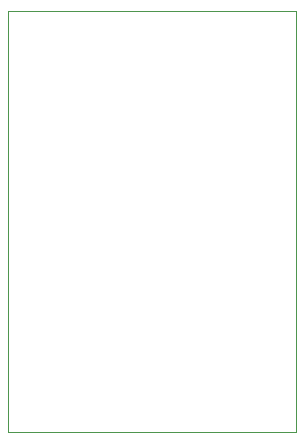
<source format=gm1>
G04 #@! TF.GenerationSoftware,KiCad,Pcbnew,7.0.1*
G04 #@! TF.CreationDate,2023-04-11T16:46:25+02:00*
G04 #@! TF.ProjectId,AFE_03,4146455f-3033-42e6-9b69-6361645f7063,rev?*
G04 #@! TF.SameCoordinates,Original*
G04 #@! TF.FileFunction,Profile,NP*
%FSLAX46Y46*%
G04 Gerber Fmt 4.6, Leading zero omitted, Abs format (unit mm)*
G04 Created by KiCad (PCBNEW 7.0.1) date 2023-04-11 16:46:25*
%MOMM*%
%LPD*%
G01*
G04 APERTURE LIST*
G04 #@! TA.AperFunction,Profile*
%ADD10C,0.100000*%
G04 #@! TD*
G04 APERTURE END LIST*
D10*
X88000000Y-34300000D02*
X112400000Y-34300000D01*
X112400000Y-69900000D01*
X88000000Y-69900000D01*
X88000000Y-34300000D01*
M02*

</source>
